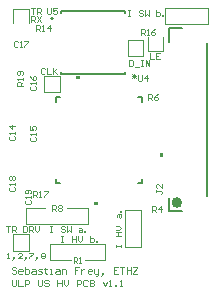
<source format=gto>
G04*
G04 #@! TF.GenerationSoftware,Altium Limited,Altium Designer,23.3.1 (30)*
G04*
G04 Layer_Color=65535*
%FSLAX44Y44*%
%MOMM*%
G71*
G04*
G04 #@! TF.SameCoordinates,3788C411-BF41-4264-93CF-D4AFF9625904*
G04*
G04*
G04 #@! TF.FilePolarity,Positive*
G04*
G01*
G75*
%ADD10C,0.5080*%
%ADD11C,0.1524*%
%ADD12C,0.1000*%
G36*
X79365Y77986D02*
Y75446D01*
X75555D01*
Y77986D01*
X79365D01*
D02*
G37*
G36*
X64125Y182014D02*
Y184554D01*
X60315D01*
Y182014D01*
X64125D01*
D02*
G37*
G36*
X132014Y115395D02*
Y119205D01*
X134554D01*
Y115395D01*
X132014D01*
D02*
G37*
D10*
X148000Y77250D02*
G03*
X148000Y77250I-2000J0D01*
G01*
D11*
X41397Y233070D02*
G03*
X41397Y233070I-1016J0D01*
G01*
X139230Y70284D02*
X150118D01*
X139230Y213494D02*
Y224716D01*
X150118D01*
X171488Y82652D02*
Y212348D01*
X139230Y70284D02*
Y81506D01*
X112664Y93678D02*
X116322D01*
X43678D02*
Y97336D01*
Y166322D02*
X47336D01*
X116322Y93678D02*
Y97336D01*
X43678Y93678D02*
X47336D01*
X43678Y162664D02*
Y166322D01*
X112664D02*
X116322D01*
Y162664D02*
Y166322D01*
X47699Y185699D02*
Y187829D01*
Y237671D02*
Y239801D01*
X101801D01*
Y185699D02*
Y187829D01*
X47699Y185699D02*
X101801D01*
Y237671D02*
Y239801D01*
D12*
X38750Y28500D02*
X56000D01*
X68000D02*
X85250D01*
X38750Y42250D02*
X85250D01*
X136250Y228750D02*
X172250D01*
X136250D02*
Y242250D01*
X172250D01*
X172321Y228709D02*
Y242209D01*
X121500Y205750D02*
Y217250D01*
X134500Y205750D02*
Y217750D01*
X121500Y205750D02*
X134500D01*
X104250Y201500D02*
Y214500D01*
X117250D01*
Y201500D02*
Y214500D01*
X104250Y201500D02*
X117250D01*
X7500Y229000D02*
Y240750D01*
X21000D01*
Y229000D02*
Y240750D01*
X33250Y170500D02*
X46750D01*
Y184000D01*
X33250D02*
X46750D01*
X33250Y170500D02*
Y184000D01*
X7500Y36500D02*
Y50250D01*
X21000D01*
Y36500D02*
Y50250D01*
X7500Y36500D02*
X21000D01*
X101709Y39429D02*
X115209D01*
X115250Y39500D02*
Y70750D01*
X101750D02*
X115250D01*
X101750Y39500D02*
Y70750D01*
X85250Y28500D02*
Y42000D01*
X38750Y28500D02*
Y42000D01*
X18500Y59500D02*
Y73000D01*
X34250D01*
X53000D02*
X70750D01*
Y59500D02*
Y73000D01*
X18500Y59500D02*
X70750D01*
X22750Y230250D02*
Y235248D01*
X25249D01*
X26082Y234415D01*
Y232749D01*
X25249Y231916D01*
X22750D01*
X24416D02*
X26082Y230250D01*
X27748Y235248D02*
X31081Y230250D01*
Y235248D02*
X27748Y230250D01*
X1000Y57248D02*
X4332D01*
X2666D01*
Y52250D01*
X5998D02*
Y57248D01*
X8497D01*
X9331Y56415D01*
Y54749D01*
X8497Y53916D01*
X5998D01*
X7664D02*
X9331Y52250D01*
X15995Y57248D02*
Y52250D01*
X18494D01*
X19327Y53083D01*
Y56415D01*
X18494Y57248D01*
X15995D01*
X20993Y52250D02*
Y57248D01*
X23493D01*
X24326Y56415D01*
Y54749D01*
X23493Y53916D01*
X20993D01*
X22660D02*
X24326Y52250D01*
X25992Y57248D02*
Y53916D01*
X27658Y52250D01*
X29324Y53916D01*
Y57248D01*
X22750Y241748D02*
X26082D01*
X24416D01*
Y236750D01*
X27748D02*
Y241748D01*
X30247D01*
X31081Y240915D01*
Y239249D01*
X30247Y238416D01*
X27748D01*
X29415D02*
X31081Y236750D01*
X9916Y21662D02*
X8999Y22579D01*
X7166D01*
X6250Y21662D01*
Y20746D01*
X7166Y19830D01*
X8999D01*
X9916Y18913D01*
Y17997D01*
X8999Y17081D01*
X7166D01*
X6250Y17997D01*
X14497Y17081D02*
X12665D01*
X11748Y17997D01*
Y19830D01*
X12665Y20746D01*
X14497D01*
X15414Y19830D01*
Y18913D01*
X11748D01*
X17246Y22579D02*
Y17081D01*
X19995D01*
X20912Y17997D01*
Y18913D01*
Y19830D01*
X19995Y20746D01*
X17246D01*
X23661D02*
X25494D01*
X26410Y19830D01*
Y17081D01*
X23661D01*
X22745Y17997D01*
X23661Y18913D01*
X26410D01*
X28243Y17081D02*
X30992D01*
X31908Y17997D01*
X30992Y18913D01*
X29159D01*
X28243Y19830D01*
X29159Y20746D01*
X31908D01*
X34657Y21662D02*
Y20746D01*
X33741D01*
X35574D01*
X34657D01*
Y17997D01*
X35574Y17081D01*
X38323D02*
X40156D01*
X39239D01*
Y20746D01*
X38323D01*
X43821D02*
X45654D01*
X46570Y19830D01*
Y17081D01*
X43821D01*
X42905Y17997D01*
X43821Y18913D01*
X46570D01*
X48403Y17081D02*
Y20746D01*
X51152D01*
X52069Y19830D01*
Y17081D01*
X63065Y22579D02*
X59399D01*
Y19830D01*
X61232D01*
X59399D01*
Y17081D01*
X64898Y20746D02*
Y17081D01*
Y18913D01*
X65814Y19830D01*
X66730Y20746D01*
X67647D01*
X73145Y17081D02*
X71312D01*
X70396Y17997D01*
Y19830D01*
X71312Y20746D01*
X73145D01*
X74061Y19830D01*
Y18913D01*
X70396D01*
X75894Y20746D02*
Y17997D01*
X76810Y17081D01*
X79559D01*
Y16164D01*
X78643Y15248D01*
X77727D01*
X79559Y17081D02*
Y20746D01*
X82309Y16164D02*
X83225Y17081D01*
Y17997D01*
X82309D01*
Y17081D01*
X83225D01*
X82309Y16164D01*
X81392Y15248D01*
X96054Y22579D02*
X92389D01*
Y17081D01*
X96054D01*
X92389Y19830D02*
X94221D01*
X97887Y22579D02*
X101552D01*
X99720D01*
Y17081D01*
X103385Y22579D02*
Y17081D01*
Y19830D01*
X107051D01*
Y22579D01*
Y17081D01*
X108883Y22579D02*
X112549D01*
Y21662D01*
X108883Y17997D01*
Y17081D01*
X112549D01*
X6250Y11748D02*
Y7166D01*
X7166Y6250D01*
X8999D01*
X9916Y7166D01*
Y11748D01*
X11748D02*
Y6250D01*
X15414D01*
X17246D02*
Y11748D01*
X19995D01*
X20912Y10832D01*
Y8999D01*
X19995Y8083D01*
X17246D01*
X28243Y11748D02*
Y7166D01*
X29159Y6250D01*
X30992D01*
X31908Y7166D01*
Y11748D01*
X37406Y10832D02*
X36490Y11748D01*
X34657D01*
X33741Y10832D01*
Y9916D01*
X34657Y8999D01*
X36490D01*
X37406Y8083D01*
Y7166D01*
X36490Y6250D01*
X34657D01*
X33741Y7166D01*
X44738Y11748D02*
Y6250D01*
Y8999D01*
X48403D01*
Y11748D01*
Y6250D01*
X50236Y11748D02*
Y8083D01*
X52068Y6250D01*
X53901Y8083D01*
Y11748D01*
X61232Y6250D02*
Y11748D01*
X63981D01*
X64898Y10832D01*
Y8999D01*
X63981Y8083D01*
X61232D01*
X70396Y10832D02*
X69479Y11748D01*
X67647D01*
X66730Y10832D01*
Y7166D01*
X67647Y6250D01*
X69479D01*
X70396Y7166D01*
X72228Y11748D02*
Y6250D01*
X74978D01*
X75894Y7166D01*
Y8083D01*
X74978Y8999D01*
X72228D01*
X74978D01*
X75894Y9916D01*
Y10832D01*
X74978Y11748D01*
X72228D01*
X83225Y9916D02*
X85058Y6250D01*
X86890Y9916D01*
X88723Y6250D02*
X90556D01*
X89640D01*
Y11748D01*
X88723Y10832D01*
X93305Y6250D02*
Y7166D01*
X94221D01*
Y6250D01*
X93305D01*
X97887D02*
X99720D01*
X98803D01*
Y11748D01*
X97887Y10832D01*
X2000Y29916D02*
X3666D01*
X2833D01*
Y34915D01*
X2000Y34081D01*
X6998Y29083D02*
X7831Y29916D01*
Y30749D01*
X6998D01*
Y29916D01*
X7831D01*
X6998Y29083D01*
X6165Y28250D01*
X14496Y29916D02*
X11164D01*
X14496Y33248D01*
Y34081D01*
X13663Y34915D01*
X11997D01*
X11164Y34081D01*
X16995Y29083D02*
X17828Y29916D01*
Y30749D01*
X16995D01*
Y29916D01*
X17828D01*
X16995Y29083D01*
X16162Y28250D01*
X21160Y34915D02*
X24493D01*
Y34081D01*
X21160Y30749D01*
Y29916D01*
X26992Y29083D02*
X27825Y29916D01*
Y30749D01*
X26992D01*
Y29916D01*
X27825D01*
X26992Y29083D01*
X26159Y28250D01*
X31157Y34081D02*
X31990Y34915D01*
X33656D01*
X34489Y34081D01*
Y33248D01*
X33656Y32415D01*
X34489Y31582D01*
Y30749D01*
X33656Y29916D01*
X31990D01*
X31157Y30749D01*
Y31582D01*
X31990Y32415D01*
X31157Y33248D01*
Y34081D01*
X31990Y32415D02*
X33656D01*
X94002Y39750D02*
Y41416D01*
Y40583D01*
X99000D01*
Y39750D01*
Y41416D01*
X94002Y48914D02*
X99000D01*
X96501D01*
Y52246D01*
X94002D01*
X99000D01*
X94002Y53912D02*
X97334D01*
X99000Y55578D01*
X97334Y57244D01*
X94002D01*
X95668Y64742D02*
Y66408D01*
X96501Y67241D01*
X99000D01*
Y64742D01*
X98167Y63909D01*
X97334Y64742D01*
Y67241D01*
X99000Y68907D02*
X98167D01*
Y69740D01*
X99000D01*
Y68907D01*
X48250Y48748D02*
X49916D01*
X49083D01*
Y43750D01*
X48250D01*
X49916D01*
X57414Y48748D02*
Y43750D01*
Y46249D01*
X60746D01*
Y48748D01*
Y43750D01*
X62412Y48748D02*
Y45416D01*
X64078Y43750D01*
X65744Y45416D01*
Y48748D01*
X72409D02*
Y43750D01*
X74908D01*
X75741Y44583D01*
Y45416D01*
Y46249D01*
X74908Y47082D01*
X72409D01*
X77407Y43750D02*
Y44583D01*
X78240D01*
Y43750D01*
X77407D01*
X38500Y57498D02*
X40166D01*
X39333D01*
Y52500D01*
X38500D01*
X40166D01*
X50996Y56665D02*
X50163Y57498D01*
X48497D01*
X47664Y56665D01*
Y55832D01*
X48497Y54999D01*
X50163D01*
X50996Y54166D01*
Y53333D01*
X50163Y52500D01*
X48497D01*
X47664Y53333D01*
X52662Y57498D02*
Y52500D01*
X54328Y54166D01*
X55994Y52500D01*
Y57498D01*
X63492Y55832D02*
X65158D01*
X65991Y54999D01*
Y52500D01*
X63492D01*
X62659Y53333D01*
X63492Y54166D01*
X65991D01*
X67657Y52500D02*
Y53333D01*
X68490D01*
Y52500D01*
X67657D01*
X104500Y239998D02*
X106166D01*
X105333D01*
Y235000D01*
X104500D01*
X106166D01*
X116996Y239165D02*
X116163Y239998D01*
X114497D01*
X113664Y239165D01*
Y238332D01*
X114497Y237499D01*
X116163D01*
X116996Y236666D01*
Y235833D01*
X116163Y235000D01*
X114497D01*
X113664Y235833D01*
X118662Y239998D02*
Y235000D01*
X120328Y236666D01*
X121994Y235000D01*
Y239998D01*
X128659D02*
Y235000D01*
X131158D01*
X131991Y235833D01*
Y236666D01*
Y237499D01*
X131158Y238332D01*
X128659D01*
X133657Y235000D02*
Y235833D01*
X134490D01*
Y235000D01*
X133657D01*
X123500Y203998D02*
Y199000D01*
X126832D01*
X131831Y203998D02*
X128498D01*
Y199000D01*
X131831D01*
X128498Y201499D02*
X130164D01*
X105250Y197581D02*
Y192583D01*
X107749D01*
X108582Y193416D01*
Y196748D01*
X107749Y197581D01*
X105250D01*
X110248Y191750D02*
X113581D01*
X115247Y197581D02*
X116913D01*
X116080D01*
Y192583D01*
X115247D01*
X116913D01*
X119412D02*
Y197581D01*
X122744Y192583D01*
Y197581D01*
X34332Y189915D02*
X33499Y190748D01*
X31833D01*
X31000Y189915D01*
Y186583D01*
X31833Y185750D01*
X33499D01*
X34332Y186583D01*
X35998Y190748D02*
Y185750D01*
X39331D01*
X40997Y190748D02*
Y185750D01*
Y187416D01*
X44329Y190748D01*
X41830Y188249D01*
X44329Y185750D01*
X111415Y186000D02*
X108083Y182668D01*
Y186000D02*
X111415Y182668D01*
X109749Y186000D02*
Y182668D01*
X108083Y184334D02*
X111415D01*
X36335Y241749D02*
Y237584D01*
X37168Y236751D01*
X38834D01*
X39667Y237584D01*
Y241749D01*
X44665D02*
X41333D01*
Y239250D01*
X42999Y240083D01*
X43832D01*
X44665Y239250D01*
Y237584D01*
X43832Y236751D01*
X42166D01*
X41333Y237584D01*
X113335Y184999D02*
Y180834D01*
X114168Y180001D01*
X115834D01*
X116667Y180834D01*
Y184999D01*
X120832Y180001D02*
Y184999D01*
X118333Y182500D01*
X121665D01*
X24502Y82251D02*
Y87249D01*
X27001D01*
X27834Y86416D01*
Y84750D01*
X27001Y83917D01*
X24502D01*
X26168D02*
X27834Y82251D01*
X29500D02*
X31167D01*
X30333D01*
Y87249D01*
X29500Y86416D01*
X33666Y87249D02*
X36998D01*
Y86416D01*
X33666Y83084D01*
Y82251D01*
X115252Y219501D02*
Y224499D01*
X117751D01*
X118584Y223666D01*
Y222000D01*
X117751Y221167D01*
X115252D01*
X116918D02*
X118584Y219501D01*
X120250D02*
X121917D01*
X121083D01*
Y224499D01*
X120250Y223666D01*
X127748Y224499D02*
X126082Y223666D01*
X124416Y222000D01*
Y220334D01*
X125249Y219501D01*
X126915D01*
X127748Y220334D01*
Y221167D01*
X126915Y222000D01*
X124416D01*
X11084Y213416D02*
X10251Y214249D01*
X8585D01*
X7752Y213416D01*
Y210084D01*
X8585Y209251D01*
X10251D01*
X11084Y210084D01*
X12750Y209251D02*
X14417D01*
X13584D01*
Y214249D01*
X12750Y213416D01*
X16916Y214249D02*
X20248D01*
Y213416D01*
X16916Y210084D01*
Y209251D01*
X26502Y222501D02*
Y227499D01*
X29001D01*
X29834Y226666D01*
Y225000D01*
X29001Y224167D01*
X26502D01*
X28168D02*
X29834Y222501D01*
X31500D02*
X33166D01*
X32334D01*
Y227499D01*
X31500Y226666D01*
X38165Y222501D02*
Y227499D01*
X35666Y225000D01*
X38998D01*
X40085Y70501D02*
Y75499D01*
X42584D01*
X43417Y74666D01*
Y73000D01*
X42584Y72167D01*
X40085D01*
X41751D02*
X43417Y70501D01*
X45083Y74666D02*
X45916Y75499D01*
X47582D01*
X48415Y74666D01*
Y73833D01*
X47582Y73000D01*
X48415Y72167D01*
Y71334D01*
X47582Y70501D01*
X45916D01*
X45083Y71334D01*
Y72167D01*
X45916Y73000D01*
X45083Y73833D01*
Y74666D01*
X45916Y73000D02*
X47582D01*
X121585Y163751D02*
Y168749D01*
X124084D01*
X124917Y167916D01*
Y166250D01*
X124084Y165417D01*
X121585D01*
X123251D02*
X124917Y163751D01*
X129915Y168749D02*
X128249Y167916D01*
X126583Y166250D01*
Y164584D01*
X127416Y163751D01*
X129082D01*
X129915Y164584D01*
Y165417D01*
X129082Y166250D01*
X126583D01*
X124835Y69001D02*
Y73999D01*
X127334D01*
X128167Y73166D01*
Y71500D01*
X127334Y70667D01*
X124835D01*
X126501D02*
X128167Y69001D01*
X132332D02*
Y73999D01*
X129833Y71500D01*
X133165D01*
X58418Y26251D02*
Y31249D01*
X60917D01*
X61750Y30416D01*
Y28750D01*
X60917Y27917D01*
X58418D01*
X60084D02*
X61750Y26251D01*
X63416D02*
X65082D01*
X64249D01*
Y31249D01*
X63416Y30416D01*
X128251Y87917D02*
Y86251D01*
Y87084D01*
X132416D01*
X133249Y86251D01*
Y85418D01*
X132416Y84585D01*
X133249Y92915D02*
Y89583D01*
X129917Y92915D01*
X129084D01*
X128251Y92082D01*
Y90416D01*
X129084Y89583D01*
X18334Y79084D02*
X17501Y78251D01*
Y76585D01*
X18334Y75752D01*
X21666D01*
X22499Y76585D01*
Y78251D01*
X21666Y79084D01*
X22499Y80750D02*
Y82416D01*
Y81583D01*
X17501D01*
X18334Y80750D01*
X21666Y84916D02*
X22499Y85749D01*
Y87415D01*
X21666Y88248D01*
X18334D01*
X17501Y87415D01*
Y85749D01*
X18334Y84916D01*
X19167D01*
X20000Y85749D01*
Y88248D01*
X4584Y90584D02*
X3751Y89751D01*
Y88085D01*
X4584Y87252D01*
X7916D01*
X8749Y88085D01*
Y89751D01*
X7916Y90584D01*
X8749Y92250D02*
Y93917D01*
Y93083D01*
X3751D01*
X4584Y92250D01*
Y96416D02*
X3751Y97249D01*
Y98915D01*
X4584Y99748D01*
X5417D01*
X6250Y98915D01*
X7083Y99748D01*
X7916D01*
X8749Y98915D01*
Y97249D01*
X7916Y96416D01*
X7083D01*
X6250Y97249D01*
X5417Y96416D01*
X4584D01*
X6250Y97249D02*
Y98915D01*
X15249Y176252D02*
X10251D01*
Y178751D01*
X11084Y179584D01*
X12750D01*
X13583Y178751D01*
Y176252D01*
Y177918D02*
X15249Y179584D01*
Y181250D02*
Y182917D01*
Y182083D01*
X10251D01*
X11084Y181250D01*
X14416Y185416D02*
X15249Y186249D01*
Y187915D01*
X14416Y188748D01*
X11084D01*
X10251Y187915D01*
Y186249D01*
X11084Y185416D01*
X11917D01*
X12750Y186249D01*
Y188748D01*
X22334Y175584D02*
X21501Y174751D01*
Y173085D01*
X22334Y172252D01*
X25666D01*
X26499Y173085D01*
Y174751D01*
X25666Y175584D01*
X26499Y177250D02*
Y178916D01*
Y178083D01*
X21501D01*
X22334Y177250D01*
X21501Y184748D02*
X22334Y183082D01*
X24000Y181416D01*
X25666D01*
X26499Y182249D01*
Y183915D01*
X25666Y184748D01*
X24833D01*
X24000Y183915D01*
Y181416D01*
X22334Y133084D02*
X21501Y132251D01*
Y130585D01*
X22334Y129752D01*
X25666D01*
X26499Y130585D01*
Y132251D01*
X25666Y133084D01*
X26499Y134750D02*
Y136417D01*
Y135583D01*
X21501D01*
X22334Y134750D01*
X21501Y142248D02*
Y138916D01*
X24000D01*
X23167Y140582D01*
Y141415D01*
X24000Y142248D01*
X25666D01*
X26499Y141415D01*
Y139749D01*
X25666Y138916D01*
X4334Y133584D02*
X3501Y132751D01*
Y131085D01*
X4334Y130252D01*
X7666D01*
X8499Y131085D01*
Y132751D01*
X7666Y133584D01*
X8499Y135250D02*
Y136917D01*
Y136083D01*
X3501D01*
X4334Y135250D01*
X8499Y141915D02*
X3501D01*
X6000Y139416D01*
Y142748D01*
M02*

</source>
